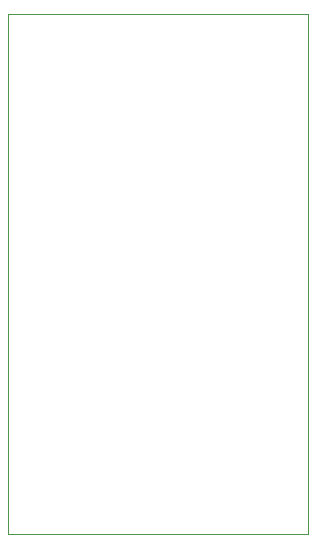
<source format=gbr>
%TF.GenerationSoftware,KiCad,Pcbnew,7.0.7*%
%TF.CreationDate,2023-10-04T23:23:26-04:00*%
%TF.ProjectId,AcousticsSingleChannel,41636f75-7374-4696-9373-53696e676c65,rev?*%
%TF.SameCoordinates,Original*%
%TF.FileFunction,Profile,NP*%
%FSLAX46Y46*%
G04 Gerber Fmt 4.6, Leading zero omitted, Abs format (unit mm)*
G04 Created by KiCad (PCBNEW 7.0.7) date 2023-10-04 23:23:26*
%MOMM*%
%LPD*%
G01*
G04 APERTURE LIST*
%TA.AperFunction,Profile*%
%ADD10C,0.101600*%
%TD*%
G04 APERTURE END LIST*
D10*
X135547060Y-78789005D02*
X160947060Y-78789005D01*
X160947060Y-122858005D01*
X135547060Y-122858005D01*
X135547060Y-78789005D01*
M02*

</source>
